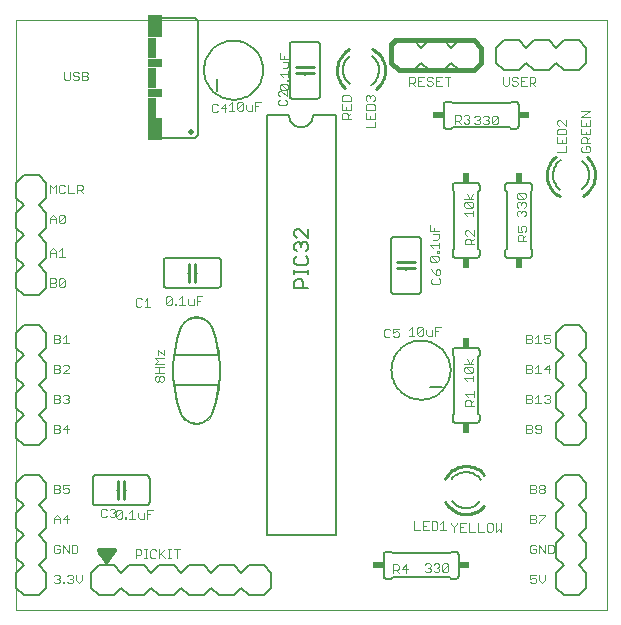
<source format=gto>
G75*
G70*
%OFA0B0*%
%FSLAX24Y24*%
%IPPOS*%
%LPD*%
%AMOC8*
5,1,8,0,0,1.08239X$1,22.5*
%
%ADD10C,0.0000*%
%ADD11C,0.0160*%
%ADD12C,0.0030*%
%ADD13C,0.0060*%
%ADD14C,0.0050*%
%ADD15C,0.0080*%
%ADD16C,0.0200*%
%ADD17R,0.0500X0.0750*%
%ADD18R,0.0300X0.0700*%
%ADD19R,0.0500X0.0300*%
%ADD20C,0.0100*%
%ADD21R,0.0240X0.0340*%
%ADD22R,0.0340X0.0240*%
%ADD23C,0.0010*%
D10*
X000181Y000181D02*
X000181Y019866D01*
X019866Y019866D01*
X019866Y000181D01*
X000181Y000181D01*
D11*
X002931Y002181D02*
X003181Y001806D01*
X003431Y002181D01*
X002931Y002181D01*
X002996Y002084D02*
X003366Y002084D01*
X003261Y001925D02*
X003102Y001925D01*
X012931Y018181D02*
X012681Y018431D01*
X012681Y019056D01*
X012806Y019181D01*
X015431Y019181D01*
X015681Y018931D01*
X015681Y018431D01*
X015431Y018181D01*
X012931Y018181D01*
D12*
X013291Y017957D02*
X013437Y017957D01*
X013485Y017908D01*
X013485Y017812D01*
X013437Y017763D01*
X013291Y017763D01*
X013291Y017666D02*
X013291Y017957D01*
X013388Y017763D02*
X013485Y017666D01*
X013586Y017666D02*
X013780Y017666D01*
X013881Y017715D02*
X013929Y017666D01*
X014026Y017666D01*
X014074Y017715D01*
X014074Y017763D01*
X014026Y017812D01*
X013929Y017812D01*
X013881Y017860D01*
X013881Y017908D01*
X013929Y017957D01*
X014026Y017957D01*
X014074Y017908D01*
X014175Y017957D02*
X014175Y017666D01*
X014369Y017666D01*
X014272Y017812D02*
X014175Y017812D01*
X014175Y017957D02*
X014369Y017957D01*
X014470Y017957D02*
X014663Y017957D01*
X014567Y017957D02*
X014567Y017666D01*
X013780Y017957D02*
X013586Y017957D01*
X013586Y017666D01*
X013586Y017812D02*
X013683Y017812D01*
X014807Y016692D02*
X014952Y016692D01*
X015001Y016643D01*
X015001Y016547D01*
X014952Y016498D01*
X014807Y016498D01*
X014807Y016401D02*
X014807Y016692D01*
X014904Y016498D02*
X015001Y016401D01*
X015102Y016450D02*
X015150Y016401D01*
X015247Y016401D01*
X015295Y016450D01*
X015295Y016498D01*
X015247Y016547D01*
X015199Y016547D01*
X015247Y016547D02*
X015295Y016595D01*
X015295Y016643D01*
X015247Y016692D01*
X015150Y016692D01*
X015102Y016643D01*
X015452Y016618D02*
X015501Y016667D01*
X015598Y016667D01*
X015646Y016618D01*
X015646Y016570D01*
X015598Y016522D01*
X015646Y016473D01*
X015646Y016425D01*
X015598Y016376D01*
X015501Y016376D01*
X015452Y016425D01*
X015549Y016522D02*
X015598Y016522D01*
X015747Y016618D02*
X015795Y016667D01*
X015892Y016667D01*
X015941Y016618D01*
X015941Y016570D01*
X015892Y016522D01*
X015941Y016473D01*
X015941Y016425D01*
X015892Y016376D01*
X015795Y016376D01*
X015747Y016425D01*
X015844Y016522D02*
X015892Y016522D01*
X016042Y016425D02*
X016042Y016618D01*
X016090Y016667D01*
X016187Y016667D01*
X016235Y016618D01*
X016042Y016425D01*
X016090Y016376D01*
X016187Y016376D01*
X016235Y016425D01*
X016235Y016618D01*
X016465Y017666D02*
X016562Y017666D01*
X016610Y017715D01*
X016610Y017957D01*
X016711Y017908D02*
X016759Y017957D01*
X016856Y017957D01*
X016905Y017908D01*
X016856Y017812D02*
X016905Y017763D01*
X016905Y017715D01*
X016856Y017666D01*
X016759Y017666D01*
X016711Y017715D01*
X016759Y017812D02*
X016856Y017812D01*
X016759Y017812D02*
X016711Y017860D01*
X016711Y017908D01*
X016416Y017957D02*
X016416Y017715D01*
X016465Y017666D01*
X017006Y017666D02*
X017199Y017666D01*
X017300Y017666D02*
X017300Y017957D01*
X017445Y017957D01*
X017494Y017908D01*
X017494Y017812D01*
X017445Y017763D01*
X017300Y017763D01*
X017397Y017763D02*
X017494Y017666D01*
X017199Y017957D02*
X017006Y017957D01*
X017006Y017666D01*
X017006Y017812D02*
X017102Y017812D01*
X018275Y016524D02*
X018226Y016475D01*
X018226Y016379D01*
X018275Y016330D01*
X018275Y016229D02*
X018226Y016181D01*
X018226Y016036D01*
X018516Y016036D01*
X018516Y016181D01*
X018468Y016229D01*
X018275Y016229D01*
X018516Y016330D02*
X018323Y016524D01*
X018275Y016524D01*
X018516Y016524D02*
X018516Y016330D01*
X018516Y015935D02*
X018516Y015741D01*
X018226Y015741D01*
X018226Y015935D01*
X018371Y015838D02*
X018371Y015741D01*
X018516Y015640D02*
X018516Y015446D01*
X018226Y015446D01*
X019026Y015495D02*
X019075Y015446D01*
X019268Y015446D01*
X019316Y015495D01*
X019316Y015592D01*
X019268Y015640D01*
X019171Y015640D01*
X019171Y015543D01*
X019075Y015640D02*
X019026Y015592D01*
X019026Y015495D01*
X019026Y015741D02*
X019026Y015886D01*
X019075Y015935D01*
X019171Y015935D01*
X019220Y015886D01*
X019220Y015741D01*
X019316Y015741D02*
X019026Y015741D01*
X019220Y015838D02*
X019316Y015935D01*
X019316Y016036D02*
X019316Y016229D01*
X019316Y016330D02*
X019026Y016330D01*
X019026Y016524D01*
X019026Y016625D02*
X019316Y016818D01*
X019026Y016818D01*
X019026Y016625D02*
X019316Y016625D01*
X019316Y016524D02*
X019316Y016330D01*
X019171Y016330D02*
X019171Y016427D01*
X019026Y016229D02*
X019026Y016036D01*
X019316Y016036D01*
X019171Y016036D02*
X019171Y016132D01*
X017118Y014089D02*
X016925Y014089D01*
X017118Y013896D01*
X017166Y013944D01*
X017166Y014041D01*
X017118Y014089D01*
X017118Y013896D02*
X016925Y013896D01*
X016876Y013944D01*
X016876Y014041D01*
X016925Y014089D01*
X016925Y013795D02*
X016973Y013795D01*
X017021Y013746D01*
X017070Y013795D01*
X017118Y013795D01*
X017166Y013746D01*
X017166Y013649D01*
X017118Y013601D01*
X017118Y013500D02*
X017166Y013452D01*
X017166Y013355D01*
X017118Y013306D01*
X017021Y013403D02*
X017021Y013452D01*
X017070Y013500D01*
X017118Y013500D01*
X017021Y013452D02*
X016973Y013500D01*
X016925Y013500D01*
X016876Y013452D01*
X016876Y013355D01*
X016925Y013306D01*
X016925Y013601D02*
X016876Y013649D01*
X016876Y013746D01*
X016925Y013795D01*
X017021Y013746D02*
X017021Y013698D01*
X017046Y012985D02*
X017143Y012985D01*
X017191Y012936D01*
X017191Y012839D01*
X017143Y012791D01*
X017046Y012791D02*
X016998Y012888D01*
X016998Y012936D01*
X017046Y012985D01*
X016901Y012985D02*
X016901Y012791D01*
X017046Y012791D01*
X017046Y012690D02*
X016950Y012690D01*
X016901Y012642D01*
X016901Y012496D01*
X017191Y012496D01*
X017095Y012496D02*
X017095Y012642D01*
X017046Y012690D01*
X017095Y012593D02*
X017191Y012690D01*
X015441Y012666D02*
X015248Y012860D01*
X015200Y012860D01*
X015151Y012811D01*
X015151Y012714D01*
X015200Y012666D01*
X015200Y012565D02*
X015296Y012565D01*
X015345Y012517D01*
X015345Y012371D01*
X015441Y012371D02*
X015151Y012371D01*
X015151Y012517D01*
X015200Y012565D01*
X015345Y012468D02*
X015441Y012565D01*
X015441Y012666D02*
X015441Y012860D01*
X015416Y013306D02*
X015416Y013500D01*
X015416Y013403D02*
X015126Y013403D01*
X015223Y013306D01*
X015175Y013601D02*
X015126Y013649D01*
X015126Y013746D01*
X015175Y013795D01*
X015368Y013601D01*
X015416Y013649D01*
X015416Y013746D01*
X015368Y013795D01*
X015175Y013795D01*
X015126Y013896D02*
X015416Y013896D01*
X015320Y013896D02*
X015223Y014041D01*
X015320Y013896D02*
X015416Y014041D01*
X015368Y013601D02*
X015175Y013601D01*
X014266Y012828D02*
X013976Y012828D01*
X013976Y013021D01*
X014121Y012924D02*
X014121Y012828D01*
X014073Y012726D02*
X014266Y012726D01*
X014266Y012581D01*
X014218Y012533D01*
X014073Y012533D01*
X014266Y012432D02*
X014266Y012238D01*
X014266Y012335D02*
X013976Y012335D01*
X014073Y012238D01*
X014218Y012139D02*
X014266Y012139D01*
X014266Y012091D01*
X014218Y012091D01*
X014218Y012139D01*
X014218Y011990D02*
X014025Y011990D01*
X014218Y011796D01*
X014266Y011845D01*
X014266Y011942D01*
X014218Y011990D01*
X014025Y011990D02*
X013976Y011942D01*
X013976Y011845D01*
X014025Y011796D01*
X014218Y011796D01*
X014220Y011535D02*
X014171Y011486D01*
X014171Y011341D01*
X014268Y011341D01*
X014316Y011389D01*
X014316Y011486D01*
X014268Y011535D01*
X014220Y011535D01*
X014075Y011438D02*
X014171Y011341D01*
X014075Y011438D02*
X014026Y011535D01*
X014075Y011240D02*
X014026Y011192D01*
X014026Y011095D01*
X014075Y011046D01*
X014268Y011046D01*
X014316Y011095D01*
X014316Y011192D01*
X014268Y011240D01*
X014345Y009617D02*
X014152Y009617D01*
X014152Y009326D01*
X014051Y009326D02*
X014051Y009520D01*
X014152Y009472D02*
X014249Y009472D01*
X014051Y009326D02*
X013905Y009326D01*
X013857Y009375D01*
X013857Y009520D01*
X013756Y009568D02*
X013756Y009375D01*
X013708Y009326D01*
X013611Y009326D01*
X013562Y009375D01*
X013756Y009568D01*
X013708Y009617D01*
X013611Y009617D01*
X013562Y009568D01*
X013562Y009375D01*
X013461Y009326D02*
X013268Y009326D01*
X013365Y009326D02*
X013365Y009617D01*
X013268Y009520D01*
X012945Y009567D02*
X012752Y009567D01*
X012752Y009422D01*
X012849Y009470D01*
X012897Y009470D01*
X012945Y009422D01*
X012945Y009325D01*
X012897Y009276D01*
X012800Y009276D01*
X012752Y009325D01*
X012651Y009325D02*
X012602Y009276D01*
X012505Y009276D01*
X012457Y009325D01*
X012457Y009518D01*
X012505Y009567D01*
X012602Y009567D01*
X012651Y009518D01*
X015126Y008396D02*
X015416Y008396D01*
X015320Y008396D02*
X015223Y008541D01*
X015320Y008396D02*
X015416Y008541D01*
X015368Y008295D02*
X015416Y008246D01*
X015416Y008149D01*
X015368Y008101D01*
X015175Y008295D01*
X015368Y008295D01*
X015175Y008295D02*
X015126Y008246D01*
X015126Y008149D01*
X015175Y008101D01*
X015368Y008101D01*
X015416Y008000D02*
X015416Y007806D01*
X015416Y007903D02*
X015126Y007903D01*
X015223Y007806D01*
X015441Y007485D02*
X015441Y007291D01*
X015441Y007388D02*
X015151Y007388D01*
X015248Y007291D01*
X015296Y007190D02*
X015345Y007142D01*
X015345Y006996D01*
X015441Y006996D02*
X015151Y006996D01*
X015151Y007142D01*
X015200Y007190D01*
X015296Y007190D01*
X015345Y007093D02*
X015441Y007190D01*
X017196Y007217D02*
X017342Y007217D01*
X017390Y007168D01*
X017390Y007120D01*
X017342Y007071D01*
X017196Y007071D01*
X017196Y007362D01*
X017342Y007362D01*
X017390Y007313D01*
X017390Y007265D01*
X017342Y007217D01*
X017491Y007265D02*
X017588Y007362D01*
X017588Y007071D01*
X017491Y007071D02*
X017685Y007071D01*
X017786Y007120D02*
X017834Y007071D01*
X017931Y007071D01*
X017979Y007120D01*
X017979Y007168D01*
X017931Y007217D01*
X017882Y007217D01*
X017931Y007217D02*
X017979Y007265D01*
X017979Y007313D01*
X017931Y007362D01*
X017834Y007362D01*
X017786Y007313D01*
X017685Y008071D02*
X017491Y008071D01*
X017588Y008071D02*
X017588Y008362D01*
X017491Y008265D01*
X017390Y008265D02*
X017342Y008217D01*
X017196Y008217D01*
X017196Y008362D02*
X017196Y008071D01*
X017342Y008071D01*
X017390Y008120D01*
X017390Y008168D01*
X017342Y008217D01*
X017390Y008265D02*
X017390Y008313D01*
X017342Y008362D01*
X017196Y008362D01*
X017786Y008217D02*
X017979Y008217D01*
X017931Y008362D02*
X017786Y008217D01*
X017931Y008071D02*
X017931Y008362D01*
X017931Y009071D02*
X017834Y009071D01*
X017786Y009120D01*
X017786Y009217D02*
X017882Y009265D01*
X017931Y009265D01*
X017979Y009217D01*
X017979Y009120D01*
X017931Y009071D01*
X017786Y009217D02*
X017786Y009362D01*
X017979Y009362D01*
X017588Y009362D02*
X017588Y009071D01*
X017491Y009071D02*
X017685Y009071D01*
X017491Y009265D02*
X017588Y009362D01*
X017390Y009313D02*
X017390Y009265D01*
X017342Y009217D01*
X017196Y009217D01*
X017196Y009362D02*
X017196Y009071D01*
X017342Y009071D01*
X017390Y009120D01*
X017390Y009168D01*
X017342Y009217D01*
X017390Y009313D02*
X017342Y009362D01*
X017196Y009362D01*
X017196Y006362D02*
X017342Y006362D01*
X017390Y006313D01*
X017390Y006265D01*
X017342Y006217D01*
X017196Y006217D01*
X017196Y006362D02*
X017196Y006071D01*
X017342Y006071D01*
X017390Y006120D01*
X017390Y006168D01*
X017342Y006217D01*
X017491Y006265D02*
X017539Y006217D01*
X017685Y006217D01*
X017685Y006313D02*
X017685Y006120D01*
X017636Y006071D01*
X017539Y006071D01*
X017491Y006120D01*
X017491Y006265D02*
X017491Y006313D01*
X017539Y006362D01*
X017636Y006362D01*
X017685Y006313D01*
X017664Y004362D02*
X017761Y004362D01*
X017810Y004313D01*
X017810Y004265D01*
X017761Y004217D01*
X017664Y004217D01*
X017616Y004265D01*
X017616Y004313D01*
X017664Y004362D01*
X017664Y004217D02*
X017616Y004168D01*
X017616Y004120D01*
X017664Y004071D01*
X017761Y004071D01*
X017810Y004120D01*
X017810Y004168D01*
X017761Y004217D01*
X017515Y004265D02*
X017467Y004217D01*
X017321Y004217D01*
X017321Y004362D02*
X017321Y004071D01*
X017467Y004071D01*
X017515Y004120D01*
X017515Y004168D01*
X017467Y004217D01*
X017515Y004265D02*
X017515Y004313D01*
X017467Y004362D01*
X017321Y004362D01*
X017321Y003362D02*
X017467Y003362D01*
X017515Y003313D01*
X017515Y003265D01*
X017467Y003217D01*
X017321Y003217D01*
X017321Y003362D02*
X017321Y003071D01*
X017467Y003071D01*
X017515Y003120D01*
X017515Y003168D01*
X017467Y003217D01*
X017616Y003120D02*
X017616Y003071D01*
X017616Y003120D02*
X017810Y003313D01*
X017810Y003362D01*
X017616Y003362D01*
X017616Y002362D02*
X017810Y002071D01*
X017810Y002362D01*
X017911Y002362D02*
X018056Y002362D01*
X018104Y002313D01*
X018104Y002120D01*
X018056Y002071D01*
X017911Y002071D01*
X017911Y002362D01*
X017616Y002362D02*
X017616Y002071D01*
X017515Y002120D02*
X017515Y002217D01*
X017418Y002217D01*
X017321Y002313D02*
X017321Y002120D01*
X017370Y002071D01*
X017467Y002071D01*
X017515Y002120D01*
X017515Y002313D02*
X017467Y002362D01*
X017370Y002362D01*
X017321Y002313D01*
X017321Y001362D02*
X017321Y001217D01*
X017418Y001265D01*
X017467Y001265D01*
X017515Y001217D01*
X017515Y001120D01*
X017467Y001071D01*
X017370Y001071D01*
X017321Y001120D01*
X017321Y001362D02*
X017515Y001362D01*
X017616Y001362D02*
X017616Y001168D01*
X017713Y001071D01*
X017810Y001168D01*
X017810Y001362D01*
X016363Y002796D02*
X016266Y002893D01*
X016170Y002796D01*
X016170Y003087D01*
X016068Y003038D02*
X016020Y003087D01*
X015923Y003087D01*
X015875Y003038D01*
X015875Y002845D01*
X015923Y002796D01*
X016020Y002796D01*
X016068Y002845D01*
X016068Y003038D01*
X016363Y003087D02*
X016363Y002796D01*
X015774Y002796D02*
X015580Y002796D01*
X015580Y003087D01*
X015286Y003087D02*
X015286Y002796D01*
X015479Y002796D01*
X015185Y002796D02*
X014991Y002796D01*
X014991Y003087D01*
X015185Y003087D01*
X015088Y002942D02*
X014991Y002942D01*
X014890Y003038D02*
X014890Y003087D01*
X014890Y003038D02*
X014793Y002942D01*
X014793Y002796D01*
X014793Y002942D02*
X014696Y003038D01*
X014696Y003087D01*
X014427Y003137D02*
X014427Y002846D01*
X014330Y002846D02*
X014524Y002846D01*
X014330Y003040D02*
X014427Y003137D01*
X014229Y003088D02*
X014229Y002895D01*
X014181Y002846D01*
X014036Y002846D01*
X014036Y003137D01*
X014181Y003137D01*
X014229Y003088D01*
X013935Y003137D02*
X013741Y003137D01*
X013741Y002846D01*
X013935Y002846D01*
X013838Y002992D02*
X013741Y002992D01*
X013640Y002846D02*
X013446Y002846D01*
X013446Y003137D01*
X013186Y001712D02*
X013041Y001567D01*
X013235Y001567D01*
X013186Y001712D02*
X013186Y001421D01*
X012940Y001421D02*
X012843Y001518D01*
X012892Y001518D02*
X012746Y001518D01*
X012746Y001421D02*
X012746Y001712D01*
X012892Y001712D01*
X012940Y001663D01*
X012940Y001567D01*
X012892Y001518D01*
X013806Y001495D02*
X013855Y001446D01*
X013952Y001446D01*
X014000Y001495D01*
X014000Y001543D01*
X013952Y001592D01*
X013903Y001592D01*
X013952Y001592D02*
X014000Y001640D01*
X014000Y001688D01*
X013952Y001737D01*
X013855Y001737D01*
X013806Y001688D01*
X014101Y001688D02*
X014149Y001737D01*
X014246Y001737D01*
X014295Y001688D01*
X014295Y001640D01*
X014246Y001592D01*
X014295Y001543D01*
X014295Y001495D01*
X014246Y001446D01*
X014149Y001446D01*
X014101Y001495D01*
X014198Y001592D02*
X014246Y001592D01*
X014396Y001688D02*
X014444Y001737D01*
X014541Y001737D01*
X014589Y001688D01*
X014396Y001495D01*
X014444Y001446D01*
X014541Y001446D01*
X014589Y001495D01*
X014589Y001688D01*
X014396Y001688D02*
X014396Y001495D01*
X005637Y002207D02*
X005443Y002207D01*
X005540Y002207D02*
X005540Y001916D01*
X005344Y001916D02*
X005247Y001916D01*
X005295Y001916D02*
X005295Y002207D01*
X005247Y002207D02*
X005344Y002207D01*
X005146Y002207D02*
X004952Y002013D01*
X005000Y002062D02*
X005146Y001916D01*
X004952Y001916D02*
X004952Y002207D01*
X004851Y002158D02*
X004803Y002207D01*
X004706Y002207D01*
X004657Y002158D01*
X004657Y001965D01*
X004706Y001916D01*
X004803Y001916D01*
X004851Y001965D01*
X004558Y001916D02*
X004461Y001916D01*
X004509Y001916D02*
X004509Y002207D01*
X004461Y002207D02*
X004558Y002207D01*
X004360Y002158D02*
X004360Y002062D01*
X004312Y002013D01*
X004166Y002013D01*
X004166Y001916D02*
X004166Y002207D01*
X004312Y002207D01*
X004360Y002158D01*
X004305Y003226D02*
X004451Y003226D01*
X004451Y003420D01*
X004552Y003372D02*
X004649Y003372D01*
X004745Y003517D02*
X004552Y003517D01*
X004552Y003226D01*
X004305Y003226D02*
X004257Y003275D01*
X004257Y003420D01*
X004156Y003226D02*
X003962Y003226D01*
X004059Y003226D02*
X004059Y003517D01*
X003962Y003420D01*
X003864Y003275D02*
X003864Y003226D01*
X003815Y003226D01*
X003815Y003275D01*
X003864Y003275D01*
X003714Y003275D02*
X003714Y003468D01*
X003521Y003275D01*
X003569Y003226D01*
X003666Y003226D01*
X003714Y003275D01*
X003714Y003468D02*
X003666Y003517D01*
X003569Y003517D01*
X003521Y003468D01*
X003521Y003275D01*
X003495Y003325D02*
X003447Y003276D01*
X003350Y003276D01*
X003302Y003325D01*
X003201Y003325D02*
X003152Y003276D01*
X003055Y003276D01*
X003007Y003325D01*
X003007Y003518D01*
X003055Y003567D01*
X003152Y003567D01*
X003201Y003518D01*
X003302Y003518D02*
X003350Y003567D01*
X003447Y003567D01*
X003495Y003518D01*
X003495Y003470D01*
X003447Y003422D01*
X003495Y003373D01*
X003495Y003325D01*
X003447Y003422D02*
X003399Y003422D01*
X002229Y002313D02*
X002229Y002120D01*
X002181Y002071D01*
X002036Y002071D01*
X002036Y002362D01*
X002181Y002362D01*
X002229Y002313D01*
X001935Y002362D02*
X001935Y002071D01*
X001741Y002362D01*
X001741Y002071D01*
X001640Y002120D02*
X001640Y002217D01*
X001543Y002217D01*
X001446Y002313D02*
X001446Y002120D01*
X001495Y002071D01*
X001592Y002071D01*
X001640Y002120D01*
X001640Y002313D02*
X001592Y002362D01*
X001495Y002362D01*
X001446Y002313D01*
X001446Y003071D02*
X001446Y003265D01*
X001543Y003362D01*
X001640Y003265D01*
X001640Y003071D01*
X001640Y003217D02*
X001446Y003217D01*
X001741Y003217D02*
X001935Y003217D01*
X001886Y003362D02*
X001886Y003071D01*
X001741Y003217D02*
X001886Y003362D01*
X001886Y004071D02*
X001789Y004071D01*
X001741Y004120D01*
X001741Y004217D02*
X001838Y004265D01*
X001886Y004265D01*
X001935Y004217D01*
X001935Y004120D01*
X001886Y004071D01*
X001741Y004217D02*
X001741Y004362D01*
X001935Y004362D01*
X001640Y004313D02*
X001640Y004265D01*
X001592Y004217D01*
X001446Y004217D01*
X001446Y004362D02*
X001446Y004071D01*
X001592Y004071D01*
X001640Y004120D01*
X001640Y004168D01*
X001592Y004217D01*
X001640Y004313D02*
X001592Y004362D01*
X001446Y004362D01*
X001446Y006071D02*
X001592Y006071D01*
X001640Y006120D01*
X001640Y006168D01*
X001592Y006217D01*
X001446Y006217D01*
X001446Y006362D02*
X001446Y006071D01*
X001592Y006217D02*
X001640Y006265D01*
X001640Y006313D01*
X001592Y006362D01*
X001446Y006362D01*
X001741Y006217D02*
X001935Y006217D01*
X001886Y006362D02*
X001886Y006071D01*
X001741Y006217D02*
X001886Y006362D01*
X001886Y007071D02*
X001789Y007071D01*
X001741Y007120D01*
X001640Y007120D02*
X001592Y007071D01*
X001446Y007071D01*
X001446Y007362D01*
X001592Y007362D01*
X001640Y007313D01*
X001640Y007265D01*
X001592Y007217D01*
X001446Y007217D01*
X001592Y007217D02*
X001640Y007168D01*
X001640Y007120D01*
X001741Y007313D02*
X001789Y007362D01*
X001886Y007362D01*
X001935Y007313D01*
X001935Y007265D01*
X001886Y007217D01*
X001935Y007168D01*
X001935Y007120D01*
X001886Y007071D01*
X001886Y007217D02*
X001838Y007217D01*
X001935Y008071D02*
X001741Y008071D01*
X001935Y008265D01*
X001935Y008313D01*
X001886Y008362D01*
X001789Y008362D01*
X001741Y008313D01*
X001640Y008313D02*
X001640Y008265D01*
X001592Y008217D01*
X001446Y008217D01*
X001446Y008362D02*
X001446Y008071D01*
X001592Y008071D01*
X001640Y008120D01*
X001640Y008168D01*
X001592Y008217D01*
X001640Y008313D02*
X001592Y008362D01*
X001446Y008362D01*
X001446Y009071D02*
X001592Y009071D01*
X001640Y009120D01*
X001640Y009168D01*
X001592Y009217D01*
X001446Y009217D01*
X001446Y009362D02*
X001446Y009071D01*
X001592Y009217D02*
X001640Y009265D01*
X001640Y009313D01*
X001592Y009362D01*
X001446Y009362D01*
X001741Y009265D02*
X001838Y009362D01*
X001838Y009071D01*
X001741Y009071D02*
X001935Y009071D01*
X001761Y010946D02*
X001664Y010946D01*
X001616Y010995D01*
X001810Y011188D01*
X001810Y010995D01*
X001761Y010946D01*
X001616Y010995D02*
X001616Y011188D01*
X001664Y011237D01*
X001761Y011237D01*
X001810Y011188D01*
X001515Y011188D02*
X001515Y011140D01*
X001467Y011092D01*
X001321Y011092D01*
X001321Y011237D02*
X001467Y011237D01*
X001515Y011188D01*
X001467Y011092D02*
X001515Y011043D01*
X001515Y010995D01*
X001467Y010946D01*
X001321Y010946D01*
X001321Y011237D01*
X001321Y011946D02*
X001321Y012140D01*
X001418Y012237D01*
X001515Y012140D01*
X001515Y011946D01*
X001616Y011946D02*
X001810Y011946D01*
X001713Y011946D02*
X001713Y012237D01*
X001616Y012140D01*
X001515Y012092D02*
X001321Y012092D01*
X001321Y013071D02*
X001321Y013265D01*
X001418Y013362D01*
X001515Y013265D01*
X001515Y013071D01*
X001616Y013120D02*
X001810Y013313D01*
X001810Y013120D01*
X001761Y013071D01*
X001664Y013071D01*
X001616Y013120D01*
X001616Y013313D01*
X001664Y013362D01*
X001761Y013362D01*
X001810Y013313D01*
X001515Y013217D02*
X001321Y013217D01*
X001321Y014071D02*
X001321Y014362D01*
X001418Y014265D01*
X001515Y014362D01*
X001515Y014071D01*
X001616Y014120D02*
X001664Y014071D01*
X001761Y014071D01*
X001810Y014120D01*
X001911Y014071D02*
X002104Y014071D01*
X002205Y014071D02*
X002205Y014362D01*
X002350Y014362D01*
X002399Y014313D01*
X002399Y014217D01*
X002350Y014168D01*
X002205Y014168D01*
X002302Y014168D02*
X002399Y014071D01*
X001911Y014071D02*
X001911Y014362D01*
X001810Y014313D02*
X001761Y014362D01*
X001664Y014362D01*
X001616Y014313D01*
X001616Y014120D01*
X001835Y017842D02*
X001787Y017890D01*
X001787Y018132D01*
X001980Y018132D02*
X001980Y017890D01*
X001932Y017842D01*
X001835Y017842D01*
X002082Y017890D02*
X002130Y017842D01*
X002227Y017842D01*
X002275Y017890D01*
X002275Y017939D01*
X002227Y017987D01*
X002130Y017987D01*
X002082Y018036D01*
X002082Y018084D01*
X002130Y018132D01*
X002227Y018132D01*
X002275Y018084D01*
X002376Y018132D02*
X002376Y017842D01*
X002521Y017842D01*
X002570Y017890D01*
X002570Y017939D01*
X002521Y017987D01*
X002376Y017987D01*
X002376Y018132D02*
X002521Y018132D01*
X002570Y018084D01*
X002570Y018036D01*
X002521Y017987D01*
X006707Y017018D02*
X006707Y016825D01*
X006755Y016776D01*
X006852Y016776D01*
X006901Y016825D01*
X007002Y016922D02*
X007147Y017067D01*
X007147Y016776D01*
X007268Y016826D02*
X007461Y016826D01*
X007365Y016826D02*
X007365Y017117D01*
X007268Y017020D01*
X007195Y016922D02*
X007002Y016922D01*
X006901Y017018D02*
X006852Y017067D01*
X006755Y017067D01*
X006707Y017018D01*
X007562Y017068D02*
X007562Y016875D01*
X007756Y017068D01*
X007756Y016875D01*
X007708Y016826D01*
X007611Y016826D01*
X007562Y016875D01*
X007562Y017068D02*
X007611Y017117D01*
X007708Y017117D01*
X007756Y017068D01*
X007857Y017020D02*
X007857Y016875D01*
X007905Y016826D01*
X008051Y016826D01*
X008051Y017020D01*
X008152Y016972D02*
X008249Y016972D01*
X008345Y017117D02*
X008152Y017117D01*
X008152Y016826D01*
X008921Y017055D02*
X008970Y017007D01*
X009163Y017007D01*
X009211Y017055D01*
X009211Y017152D01*
X009163Y017201D01*
X009211Y017302D02*
X009018Y017495D01*
X008970Y017495D01*
X008921Y017447D01*
X008921Y017350D01*
X008970Y017302D01*
X008970Y017201D02*
X008921Y017152D01*
X008921Y017055D01*
X009211Y017302D02*
X009211Y017495D01*
X009213Y017521D02*
X009020Y017714D01*
X009213Y017714D01*
X009261Y017666D01*
X009261Y017569D01*
X009213Y017521D01*
X009020Y017521D01*
X008971Y017569D01*
X008971Y017666D01*
X009020Y017714D01*
X009213Y017815D02*
X009213Y017864D01*
X009261Y017864D01*
X009261Y017815D01*
X009213Y017815D01*
X009261Y017962D02*
X009261Y018156D01*
X009261Y018059D02*
X008971Y018059D01*
X009068Y017962D01*
X009068Y018257D02*
X009213Y018257D01*
X009261Y018305D01*
X009261Y018451D01*
X009068Y018451D01*
X009116Y018552D02*
X009116Y018649D01*
X008971Y018745D02*
X008971Y018552D01*
X009261Y018552D01*
X011046Y017297D02*
X011046Y017152D01*
X011336Y017152D01*
X011336Y017297D01*
X011288Y017345D01*
X011095Y017345D01*
X011046Y017297D01*
X011046Y017051D02*
X011046Y016857D01*
X011336Y016857D01*
X011336Y017051D01*
X011191Y016954D02*
X011191Y016857D01*
X011191Y016756D02*
X011240Y016708D01*
X011240Y016562D01*
X011336Y016562D02*
X011046Y016562D01*
X011046Y016708D01*
X011095Y016756D01*
X011191Y016756D01*
X011240Y016659D02*
X011336Y016756D01*
X011846Y016756D02*
X011846Y016562D01*
X012136Y016562D01*
X012136Y016756D01*
X012136Y016857D02*
X012136Y017002D01*
X012088Y017051D01*
X011895Y017051D01*
X011846Y017002D01*
X011846Y016857D01*
X012136Y016857D01*
X011991Y016659D02*
X011991Y016562D01*
X012136Y016461D02*
X012136Y016268D01*
X011846Y016268D01*
X011895Y017152D02*
X011846Y017200D01*
X011846Y017297D01*
X011895Y017345D01*
X011943Y017345D01*
X011991Y017297D01*
X012040Y017345D01*
X012088Y017345D01*
X012136Y017297D01*
X012136Y017200D01*
X012088Y017152D01*
X011991Y017249D02*
X011991Y017297D01*
X006396Y010637D02*
X006203Y010637D01*
X006203Y010346D01*
X006101Y010346D02*
X006101Y010540D01*
X006203Y010492D02*
X006299Y010492D01*
X006101Y010346D02*
X005956Y010346D01*
X005908Y010395D01*
X005908Y010540D01*
X005807Y010346D02*
X005613Y010346D01*
X005710Y010346D02*
X005710Y010637D01*
X005613Y010540D01*
X005514Y010395D02*
X005514Y010346D01*
X005466Y010346D01*
X005466Y010395D01*
X005514Y010395D01*
X005365Y010395D02*
X005365Y010588D01*
X005171Y010395D01*
X005220Y010346D01*
X005317Y010346D01*
X005365Y010395D01*
X005365Y010588D02*
X005317Y010637D01*
X005220Y010637D01*
X005171Y010588D01*
X005171Y010395D01*
X004660Y010296D02*
X004466Y010296D01*
X004563Y010296D02*
X004563Y010587D01*
X004466Y010490D01*
X004365Y010538D02*
X004317Y010587D01*
X004220Y010587D01*
X004171Y010538D01*
X004171Y010345D01*
X004220Y010296D01*
X004317Y010296D01*
X004365Y010345D01*
X004915Y008867D02*
X005108Y008673D01*
X005108Y008867D01*
X004915Y008867D02*
X004915Y008673D01*
X004818Y008572D02*
X005108Y008572D01*
X005108Y008379D02*
X004818Y008379D01*
X004915Y008476D01*
X004818Y008572D01*
X004818Y008278D02*
X005108Y008278D01*
X004963Y008278D02*
X004963Y008084D01*
X004915Y007983D02*
X004963Y007935D01*
X004963Y007838D01*
X004915Y007789D01*
X004867Y007789D01*
X004818Y007838D01*
X004818Y007935D01*
X004867Y007983D01*
X004915Y007983D01*
X004963Y007935D02*
X005012Y007983D01*
X005060Y007983D01*
X005108Y007935D01*
X005108Y007838D01*
X005060Y007789D01*
X005012Y007789D01*
X004963Y007838D01*
X005108Y008084D02*
X004818Y008084D01*
X002376Y001362D02*
X002376Y001168D01*
X002280Y001071D01*
X002183Y001168D01*
X002183Y001362D01*
X002082Y001313D02*
X002082Y001265D01*
X002034Y001217D01*
X002082Y001168D01*
X002082Y001120D01*
X002034Y001071D01*
X001937Y001071D01*
X001888Y001120D01*
X001789Y001120D02*
X001789Y001071D01*
X001741Y001071D01*
X001741Y001120D01*
X001789Y001120D01*
X001640Y001120D02*
X001592Y001071D01*
X001495Y001071D01*
X001446Y001120D01*
X001543Y001217D02*
X001592Y001217D01*
X001640Y001168D01*
X001640Y001120D01*
X001592Y001217D02*
X001640Y001265D01*
X001640Y001313D01*
X001592Y001362D01*
X001495Y001362D01*
X001446Y001313D01*
X001888Y001313D02*
X001937Y001362D01*
X002034Y001362D01*
X002082Y001313D01*
X002034Y001217D02*
X001985Y001217D01*
D13*
X002831Y003681D02*
X004531Y003681D01*
X004548Y003683D01*
X004565Y003687D01*
X004581Y003694D01*
X004595Y003704D01*
X004608Y003717D01*
X004618Y003731D01*
X004625Y003747D01*
X004629Y003764D01*
X004631Y003781D01*
X004631Y004581D01*
X004629Y004598D01*
X004625Y004615D01*
X004618Y004631D01*
X004608Y004645D01*
X004595Y004658D01*
X004581Y004668D01*
X004565Y004675D01*
X004548Y004679D01*
X004531Y004681D01*
X002831Y004681D01*
X002814Y004679D01*
X002797Y004675D01*
X002781Y004668D01*
X002767Y004658D01*
X002754Y004645D01*
X002744Y004631D01*
X002737Y004615D01*
X002733Y004598D01*
X002731Y004581D01*
X002731Y003781D01*
X002733Y003764D01*
X002737Y003747D01*
X002744Y003731D01*
X002754Y003717D01*
X002767Y003704D01*
X002781Y003694D01*
X002797Y003687D01*
X002814Y003683D01*
X002831Y003681D01*
X003531Y004181D02*
X003581Y004181D01*
X003781Y004181D02*
X003831Y004181D01*
X008531Y002681D02*
X010831Y002681D01*
X010831Y016681D01*
X010081Y016681D01*
X010079Y016642D01*
X010073Y016603D01*
X010064Y016565D01*
X010051Y016528D01*
X010034Y016492D01*
X010014Y016459D01*
X009990Y016427D01*
X009964Y016398D01*
X009935Y016372D01*
X009903Y016348D01*
X009870Y016328D01*
X009834Y016311D01*
X009797Y016298D01*
X009759Y016289D01*
X009720Y016283D01*
X009681Y016281D01*
X009642Y016283D01*
X009603Y016289D01*
X009565Y016298D01*
X009528Y016311D01*
X009492Y016328D01*
X009459Y016348D01*
X009427Y016372D01*
X009398Y016398D01*
X009372Y016427D01*
X009348Y016459D01*
X009328Y016492D01*
X009311Y016528D01*
X009298Y016565D01*
X009289Y016603D01*
X009283Y016642D01*
X009281Y016681D01*
X008531Y016681D01*
X008531Y002681D01*
X012431Y002031D02*
X012431Y001331D01*
X012433Y001314D01*
X012437Y001297D01*
X012444Y001281D01*
X012454Y001267D01*
X012467Y001254D01*
X012481Y001244D01*
X012497Y001237D01*
X012514Y001233D01*
X012531Y001231D01*
X012681Y001231D01*
X012731Y001281D01*
X014631Y001281D01*
X014681Y001231D01*
X014831Y001231D01*
X014848Y001233D01*
X014865Y001237D01*
X014881Y001244D01*
X014895Y001254D01*
X014908Y001267D01*
X014918Y001281D01*
X014925Y001297D01*
X014929Y001314D01*
X014931Y001331D01*
X014931Y002031D01*
X014929Y002048D01*
X014925Y002065D01*
X014918Y002081D01*
X014908Y002095D01*
X014895Y002108D01*
X014881Y002118D01*
X014865Y002125D01*
X014848Y002129D01*
X014831Y002131D01*
X014681Y002131D01*
X014631Y002081D01*
X012731Y002081D01*
X012681Y002131D01*
X012531Y002131D01*
X012514Y002129D01*
X012497Y002125D01*
X012481Y002118D01*
X012467Y002108D01*
X012454Y002095D01*
X012444Y002081D01*
X012437Y002065D01*
X012433Y002048D01*
X012431Y002031D01*
X014707Y003813D02*
X014737Y003778D01*
X014768Y003745D01*
X014803Y003715D01*
X014839Y003688D01*
X014877Y003664D01*
X014917Y003642D01*
X014959Y003624D01*
X015002Y003608D01*
X015046Y003596D01*
X015090Y003588D01*
X015136Y003583D01*
X015181Y003581D01*
X015226Y003583D01*
X015272Y003588D01*
X015316Y003596D01*
X015360Y003608D01*
X015403Y003624D01*
X015445Y003642D01*
X015485Y003664D01*
X015523Y003688D01*
X015559Y003715D01*
X015594Y003745D01*
X015625Y003778D01*
X015655Y003813D01*
X015181Y004781D02*
X015135Y004779D01*
X015089Y004774D01*
X015043Y004765D01*
X014998Y004753D01*
X014955Y004737D01*
X014913Y004718D01*
X014872Y004695D01*
X014833Y004670D01*
X014797Y004642D01*
X014762Y004611D01*
X014730Y004577D01*
X014701Y004541D01*
X015181Y004781D02*
X015228Y004779D01*
X015276Y004773D01*
X015322Y004764D01*
X015368Y004751D01*
X015412Y004735D01*
X015456Y004715D01*
X015497Y004691D01*
X015536Y004665D01*
X015573Y004635D01*
X015608Y004602D01*
X015640Y004567D01*
X015669Y004530D01*
X015531Y006431D02*
X014831Y006431D01*
X014814Y006433D01*
X014797Y006437D01*
X014781Y006444D01*
X014767Y006454D01*
X014754Y006467D01*
X014744Y006481D01*
X014737Y006497D01*
X014733Y006514D01*
X014731Y006531D01*
X014731Y006681D01*
X014781Y006731D01*
X014781Y008631D01*
X014731Y008681D01*
X014731Y008831D01*
X014733Y008848D01*
X014737Y008865D01*
X014744Y008881D01*
X014754Y008895D01*
X014767Y008908D01*
X014781Y008918D01*
X014797Y008925D01*
X014814Y008929D01*
X014831Y008931D01*
X015531Y008931D01*
X015548Y008929D01*
X015565Y008925D01*
X015581Y008918D01*
X015595Y008908D01*
X015608Y008895D01*
X015618Y008881D01*
X015625Y008865D01*
X015629Y008848D01*
X015631Y008831D01*
X015631Y008681D01*
X015581Y008631D01*
X015581Y006731D01*
X015631Y006681D01*
X015631Y006531D01*
X015629Y006514D01*
X015625Y006497D01*
X015618Y006481D01*
X015608Y006467D01*
X015595Y006454D01*
X015581Y006444D01*
X015565Y006437D01*
X015548Y006433D01*
X015531Y006431D01*
X013581Y010731D02*
X012781Y010731D01*
X012764Y010733D01*
X012747Y010737D01*
X012731Y010744D01*
X012717Y010754D01*
X012704Y010767D01*
X012694Y010781D01*
X012687Y010797D01*
X012683Y010814D01*
X012681Y010831D01*
X012681Y012531D01*
X012683Y012548D01*
X012687Y012565D01*
X012694Y012581D01*
X012704Y012595D01*
X012717Y012608D01*
X012731Y012618D01*
X012747Y012625D01*
X012764Y012629D01*
X012781Y012631D01*
X013581Y012631D01*
X013598Y012629D01*
X013615Y012625D01*
X013631Y012618D01*
X013645Y012608D01*
X013658Y012595D01*
X013668Y012581D01*
X013675Y012565D01*
X013679Y012548D01*
X013681Y012531D01*
X013681Y010831D01*
X013679Y010814D01*
X013675Y010797D01*
X013668Y010781D01*
X013658Y010767D01*
X013645Y010754D01*
X013631Y010744D01*
X013615Y010737D01*
X013598Y010733D01*
X013581Y010731D01*
X013181Y011531D02*
X013181Y011581D01*
X013181Y011781D02*
X013181Y011831D01*
X014731Y012031D02*
X014731Y012181D01*
X014781Y012231D01*
X014781Y014131D01*
X014731Y014181D01*
X014731Y014331D01*
X014733Y014348D01*
X014737Y014365D01*
X014744Y014381D01*
X014754Y014395D01*
X014767Y014408D01*
X014781Y014418D01*
X014797Y014425D01*
X014814Y014429D01*
X014831Y014431D01*
X015531Y014431D01*
X015548Y014429D01*
X015565Y014425D01*
X015581Y014418D01*
X015595Y014408D01*
X015608Y014395D01*
X015618Y014381D01*
X015625Y014365D01*
X015629Y014348D01*
X015631Y014331D01*
X015631Y014181D01*
X015581Y014131D01*
X015581Y012231D01*
X015631Y012181D01*
X015631Y012031D01*
X015629Y012014D01*
X015625Y011997D01*
X015618Y011981D01*
X015608Y011967D01*
X015595Y011954D01*
X015581Y011944D01*
X015565Y011937D01*
X015548Y011933D01*
X015531Y011931D01*
X014831Y011931D01*
X014814Y011933D01*
X014797Y011937D01*
X014781Y011944D01*
X014767Y011954D01*
X014754Y011967D01*
X014744Y011981D01*
X014737Y011997D01*
X014733Y012014D01*
X014731Y012031D01*
X016481Y012031D02*
X016481Y012181D01*
X016531Y012231D01*
X016531Y014131D01*
X016481Y014181D01*
X016481Y014331D01*
X016483Y014348D01*
X016487Y014365D01*
X016494Y014381D01*
X016504Y014395D01*
X016517Y014408D01*
X016531Y014418D01*
X016547Y014425D01*
X016564Y014429D01*
X016581Y014431D01*
X017281Y014431D01*
X017298Y014429D01*
X017315Y014425D01*
X017331Y014418D01*
X017345Y014408D01*
X017358Y014395D01*
X017368Y014381D01*
X017375Y014365D01*
X017379Y014348D01*
X017381Y014331D01*
X017381Y014181D01*
X017331Y014131D01*
X017331Y012231D01*
X017381Y012181D01*
X017381Y012031D01*
X017379Y012014D01*
X017375Y011997D01*
X017368Y011981D01*
X017358Y011967D01*
X017345Y011954D01*
X017331Y011944D01*
X017315Y011937D01*
X017298Y011933D01*
X017281Y011931D01*
X016581Y011931D01*
X016564Y011933D01*
X016547Y011937D01*
X016531Y011944D01*
X016517Y011954D01*
X016504Y011967D01*
X016494Y011981D01*
X016487Y011997D01*
X016483Y012014D01*
X016481Y012031D01*
X019049Y014207D02*
X019084Y014237D01*
X019117Y014268D01*
X019147Y014303D01*
X019174Y014339D01*
X019198Y014377D01*
X019220Y014417D01*
X019238Y014459D01*
X019254Y014502D01*
X019266Y014546D01*
X019274Y014590D01*
X019279Y014636D01*
X019281Y014681D01*
X019279Y014726D01*
X019274Y014772D01*
X019266Y014816D01*
X019254Y014860D01*
X019238Y014903D01*
X019220Y014945D01*
X019198Y014985D01*
X019174Y015023D01*
X019147Y015059D01*
X019117Y015094D01*
X019084Y015125D01*
X019049Y015155D01*
X018081Y014681D02*
X018083Y014635D01*
X018088Y014589D01*
X018097Y014543D01*
X018109Y014498D01*
X018125Y014455D01*
X018144Y014413D01*
X018167Y014372D01*
X018192Y014333D01*
X018220Y014297D01*
X018251Y014262D01*
X018285Y014230D01*
X018321Y014201D01*
X018081Y014681D02*
X018083Y014728D01*
X018089Y014776D01*
X018098Y014822D01*
X018111Y014868D01*
X018127Y014912D01*
X018147Y014956D01*
X018171Y014997D01*
X018197Y015036D01*
X018227Y015073D01*
X018260Y015108D01*
X018295Y015140D01*
X018332Y015169D01*
X016931Y016331D02*
X016931Y017031D01*
X016929Y017048D01*
X016925Y017065D01*
X016918Y017081D01*
X016908Y017095D01*
X016895Y017108D01*
X016881Y017118D01*
X016865Y017125D01*
X016848Y017129D01*
X016831Y017131D01*
X016681Y017131D01*
X016631Y017081D01*
X014731Y017081D01*
X014681Y017131D01*
X014531Y017131D01*
X014514Y017129D01*
X014497Y017125D01*
X014481Y017118D01*
X014467Y017108D01*
X014454Y017095D01*
X014444Y017081D01*
X014437Y017065D01*
X014433Y017048D01*
X014431Y017031D01*
X014431Y016331D01*
X014433Y016314D01*
X014437Y016297D01*
X014444Y016281D01*
X014454Y016267D01*
X014467Y016254D01*
X014481Y016244D01*
X014497Y016237D01*
X014514Y016233D01*
X014531Y016231D01*
X014681Y016231D01*
X014731Y016281D01*
X016631Y016281D01*
X016681Y016231D01*
X016831Y016231D01*
X016848Y016233D01*
X016865Y016237D01*
X016881Y016244D01*
X016895Y016254D01*
X016908Y016267D01*
X016918Y016281D01*
X016925Y016297D01*
X016929Y016314D01*
X016931Y016331D01*
X011313Y018655D02*
X011278Y018625D01*
X011245Y018594D01*
X011215Y018559D01*
X011188Y018523D01*
X011164Y018485D01*
X011142Y018445D01*
X011124Y018403D01*
X011108Y018360D01*
X011096Y018316D01*
X011088Y018272D01*
X011083Y018226D01*
X011081Y018181D01*
X011083Y018136D01*
X011088Y018090D01*
X011096Y018046D01*
X011108Y018002D01*
X011124Y017959D01*
X011142Y017917D01*
X011164Y017877D01*
X011188Y017839D01*
X011215Y017803D01*
X011245Y017768D01*
X011278Y017737D01*
X011313Y017707D01*
X012281Y018181D02*
X012279Y018227D01*
X012274Y018273D01*
X012265Y018319D01*
X012253Y018364D01*
X012237Y018407D01*
X012218Y018449D01*
X012195Y018490D01*
X012170Y018529D01*
X012142Y018565D01*
X012111Y018600D01*
X012077Y018632D01*
X012041Y018661D01*
X012281Y018181D02*
X012279Y018134D01*
X012273Y018086D01*
X012264Y018040D01*
X012251Y017994D01*
X012235Y017950D01*
X012215Y017906D01*
X012191Y017865D01*
X012165Y017826D01*
X012135Y017789D01*
X012102Y017754D01*
X012067Y017722D01*
X012030Y017693D01*
X010306Y017331D02*
X010306Y019031D01*
X010304Y019048D01*
X010300Y019065D01*
X010293Y019081D01*
X010283Y019095D01*
X010270Y019108D01*
X010256Y019118D01*
X010240Y019125D01*
X010223Y019129D01*
X010206Y019131D01*
X009406Y019131D01*
X009389Y019129D01*
X009372Y019125D01*
X009356Y019118D01*
X009342Y019108D01*
X009329Y019095D01*
X009319Y019081D01*
X009312Y019065D01*
X009308Y019048D01*
X009306Y019031D01*
X009306Y017331D01*
X009308Y017314D01*
X009312Y017297D01*
X009319Y017281D01*
X009329Y017267D01*
X009342Y017254D01*
X009356Y017244D01*
X009372Y017237D01*
X009389Y017233D01*
X009406Y017231D01*
X010206Y017231D01*
X010223Y017233D01*
X010240Y017237D01*
X010256Y017244D01*
X010270Y017254D01*
X010283Y017267D01*
X010293Y017281D01*
X010300Y017297D01*
X010304Y017314D01*
X010306Y017331D01*
X009806Y018031D02*
X009806Y018081D01*
X009806Y018281D02*
X009806Y018331D01*
X006256Y019831D02*
X006256Y016031D01*
X006156Y015931D01*
X005006Y015931D01*
X005006Y019931D02*
X006156Y019931D01*
X006256Y019831D01*
X006906Y011931D02*
X005206Y011931D01*
X005189Y011929D01*
X005172Y011925D01*
X005156Y011918D01*
X005142Y011908D01*
X005129Y011895D01*
X005119Y011881D01*
X005112Y011865D01*
X005108Y011848D01*
X005106Y011831D01*
X005106Y011031D01*
X005108Y011014D01*
X005112Y010997D01*
X005119Y010981D01*
X005129Y010967D01*
X005142Y010954D01*
X005156Y010944D01*
X005172Y010937D01*
X005189Y010933D01*
X005206Y010931D01*
X006906Y010931D01*
X006923Y010933D01*
X006940Y010937D01*
X006956Y010944D01*
X006970Y010954D01*
X006983Y010967D01*
X006993Y010981D01*
X007000Y010997D01*
X007004Y011014D01*
X007006Y011031D01*
X007006Y011831D01*
X007004Y011848D01*
X007000Y011865D01*
X006993Y011881D01*
X006983Y011895D01*
X006970Y011908D01*
X006956Y011918D01*
X006940Y011925D01*
X006923Y011929D01*
X006906Y011931D01*
X006206Y011431D02*
X006156Y011431D01*
X005956Y011431D02*
X005906Y011431D01*
D14*
X005433Y008674D02*
X006929Y008674D01*
X006929Y007674D02*
X005433Y007674D01*
X009456Y010908D02*
X009456Y011133D01*
X009531Y011208D01*
X009681Y011208D01*
X009756Y011133D01*
X009756Y010908D01*
X009906Y010908D02*
X009456Y010908D01*
X009456Y011368D02*
X009456Y011518D01*
X009456Y011443D02*
X009906Y011443D01*
X009906Y011368D02*
X009906Y011518D01*
X009831Y011675D02*
X009906Y011750D01*
X009906Y011900D01*
X009831Y011975D01*
X009831Y012136D02*
X009906Y012211D01*
X009906Y012361D01*
X009831Y012436D01*
X009756Y012436D01*
X009681Y012361D01*
X009681Y012286D01*
X009681Y012361D02*
X009606Y012436D01*
X009531Y012436D01*
X009456Y012361D01*
X009456Y012211D01*
X009531Y012136D01*
X009531Y011975D02*
X009456Y011900D01*
X009456Y011750D01*
X009531Y011675D01*
X009831Y011675D01*
X009906Y012596D02*
X009606Y012896D01*
X009531Y012896D01*
X009456Y012821D01*
X009456Y012671D01*
X009531Y012596D01*
X009906Y012596D02*
X009906Y012896D01*
D15*
X006881Y017481D02*
X006881Y017881D01*
X006447Y018181D02*
X006449Y018243D01*
X006455Y018306D01*
X006465Y018367D01*
X006479Y018428D01*
X006496Y018488D01*
X006517Y018547D01*
X006543Y018604D01*
X006571Y018659D01*
X006603Y018713D01*
X006639Y018764D01*
X006677Y018814D01*
X006719Y018860D01*
X006763Y018904D01*
X006811Y018945D01*
X006860Y018983D01*
X006912Y019017D01*
X006966Y019048D01*
X007022Y019076D01*
X007080Y019100D01*
X007139Y019121D01*
X007199Y019137D01*
X007260Y019150D01*
X007322Y019159D01*
X007384Y019164D01*
X007447Y019165D01*
X007509Y019162D01*
X007571Y019155D01*
X007633Y019144D01*
X007693Y019129D01*
X007753Y019111D01*
X007811Y019089D01*
X007868Y019063D01*
X007923Y019033D01*
X007976Y019000D01*
X008027Y018964D01*
X008075Y018925D01*
X008121Y018882D01*
X008164Y018837D01*
X008204Y018789D01*
X008241Y018739D01*
X008275Y018686D01*
X008306Y018632D01*
X008332Y018576D01*
X008356Y018518D01*
X008375Y018458D01*
X008391Y018398D01*
X008403Y018336D01*
X008411Y018275D01*
X008415Y018212D01*
X008415Y018150D01*
X008411Y018087D01*
X008403Y018026D01*
X008391Y017964D01*
X008375Y017904D01*
X008356Y017844D01*
X008332Y017786D01*
X008306Y017730D01*
X008275Y017676D01*
X008241Y017623D01*
X008204Y017573D01*
X008164Y017525D01*
X008121Y017480D01*
X008075Y017437D01*
X008027Y017398D01*
X007976Y017362D01*
X007923Y017329D01*
X007868Y017299D01*
X007811Y017273D01*
X007753Y017251D01*
X007693Y017233D01*
X007633Y017218D01*
X007571Y017207D01*
X007509Y017200D01*
X007447Y017197D01*
X007384Y017198D01*
X007322Y017203D01*
X007260Y017212D01*
X007199Y017225D01*
X007139Y017241D01*
X007080Y017262D01*
X007022Y017286D01*
X006966Y017314D01*
X006912Y017345D01*
X006860Y017379D01*
X006811Y017417D01*
X006763Y017458D01*
X006719Y017502D01*
X006677Y017548D01*
X006639Y017598D01*
X006603Y017649D01*
X006571Y017703D01*
X006543Y017758D01*
X006517Y017815D01*
X006496Y017874D01*
X006479Y017934D01*
X006465Y017995D01*
X006455Y018056D01*
X006449Y018119D01*
X006447Y018181D01*
X001181Y014431D02*
X001181Y013931D01*
X000931Y013681D01*
X001181Y013431D01*
X001181Y012931D01*
X000931Y012681D01*
X001181Y012431D01*
X001181Y011931D01*
X000931Y011681D01*
X001181Y011431D01*
X001181Y010931D01*
X000931Y010681D01*
X000431Y010681D01*
X000181Y010931D01*
X000181Y011431D01*
X000431Y011681D01*
X000181Y011931D01*
X000181Y012431D01*
X000431Y012681D01*
X000181Y012931D01*
X000181Y013431D01*
X000431Y013681D01*
X000181Y013931D01*
X000181Y014431D01*
X000431Y014681D01*
X000931Y014681D01*
X001181Y014431D01*
X000931Y009681D02*
X000431Y009681D01*
X000181Y009431D01*
X000181Y008931D01*
X000431Y008681D01*
X000181Y008431D01*
X000181Y007931D01*
X000431Y007681D01*
X000181Y007431D01*
X000181Y006931D01*
X000431Y006681D01*
X000181Y006431D01*
X000181Y005931D01*
X000431Y005681D01*
X000931Y005681D01*
X001181Y005931D01*
X001181Y006431D01*
X000931Y006681D01*
X001181Y006931D01*
X001181Y007431D01*
X000931Y007681D01*
X001181Y007931D01*
X001181Y008431D01*
X000931Y008681D01*
X001181Y008931D01*
X001181Y009431D01*
X000931Y009681D01*
X000931Y004681D02*
X000431Y004681D01*
X000181Y004431D01*
X000181Y003931D01*
X000431Y003681D01*
X000181Y003431D01*
X000181Y002931D01*
X000431Y002681D01*
X000181Y002431D01*
X000181Y001931D01*
X000431Y001681D01*
X000181Y001431D01*
X000181Y000931D01*
X000431Y000681D01*
X000931Y000681D01*
X001181Y000931D01*
X001181Y001431D01*
X000931Y001681D01*
X001181Y001931D01*
X001181Y002431D01*
X000931Y002681D01*
X001181Y002931D01*
X001181Y003431D01*
X000931Y003681D01*
X001181Y003931D01*
X001181Y004431D01*
X000931Y004681D01*
X002931Y001681D02*
X002681Y001431D01*
X002681Y000931D01*
X002931Y000681D01*
X003431Y000681D01*
X003681Y000931D01*
X003931Y000681D01*
X004431Y000681D01*
X004681Y000931D01*
X004931Y000681D01*
X005431Y000681D01*
X005681Y000931D01*
X005931Y000681D01*
X006431Y000681D01*
X006681Y000931D01*
X006931Y000681D01*
X007431Y000681D01*
X007681Y000931D01*
X007931Y000681D01*
X008431Y000681D01*
X008681Y000931D01*
X008681Y001431D01*
X008431Y001681D01*
X007931Y001681D01*
X007681Y001431D01*
X007431Y001681D01*
X006931Y001681D01*
X006681Y001431D01*
X006431Y001681D01*
X005931Y001681D01*
X005681Y001431D01*
X005431Y001681D01*
X004931Y001681D01*
X004681Y001431D01*
X004431Y001681D01*
X003931Y001681D01*
X003681Y001431D01*
X003431Y001681D01*
X002931Y001681D01*
X012697Y008181D02*
X012699Y008243D01*
X012705Y008306D01*
X012715Y008367D01*
X012729Y008428D01*
X012746Y008488D01*
X012767Y008547D01*
X012793Y008604D01*
X012821Y008659D01*
X012853Y008713D01*
X012889Y008764D01*
X012927Y008814D01*
X012969Y008860D01*
X013013Y008904D01*
X013061Y008945D01*
X013110Y008983D01*
X013162Y009017D01*
X013216Y009048D01*
X013272Y009076D01*
X013330Y009100D01*
X013389Y009121D01*
X013449Y009137D01*
X013510Y009150D01*
X013572Y009159D01*
X013634Y009164D01*
X013697Y009165D01*
X013759Y009162D01*
X013821Y009155D01*
X013883Y009144D01*
X013943Y009129D01*
X014003Y009111D01*
X014061Y009089D01*
X014118Y009063D01*
X014173Y009033D01*
X014226Y009000D01*
X014277Y008964D01*
X014325Y008925D01*
X014371Y008882D01*
X014414Y008837D01*
X014454Y008789D01*
X014491Y008739D01*
X014525Y008686D01*
X014556Y008632D01*
X014582Y008576D01*
X014606Y008518D01*
X014625Y008458D01*
X014641Y008398D01*
X014653Y008336D01*
X014661Y008275D01*
X014665Y008212D01*
X014665Y008150D01*
X014661Y008087D01*
X014653Y008026D01*
X014641Y007964D01*
X014625Y007904D01*
X014606Y007844D01*
X014582Y007786D01*
X014556Y007730D01*
X014525Y007676D01*
X014491Y007623D01*
X014454Y007573D01*
X014414Y007525D01*
X014371Y007480D01*
X014325Y007437D01*
X014277Y007398D01*
X014226Y007362D01*
X014173Y007329D01*
X014118Y007299D01*
X014061Y007273D01*
X014003Y007251D01*
X013943Y007233D01*
X013883Y007218D01*
X013821Y007207D01*
X013759Y007200D01*
X013697Y007197D01*
X013634Y007198D01*
X013572Y007203D01*
X013510Y007212D01*
X013449Y007225D01*
X013389Y007241D01*
X013330Y007262D01*
X013272Y007286D01*
X013216Y007314D01*
X013162Y007345D01*
X013110Y007379D01*
X013061Y007417D01*
X013013Y007458D01*
X012969Y007502D01*
X012927Y007548D01*
X012889Y007598D01*
X012853Y007649D01*
X012821Y007703D01*
X012793Y007758D01*
X012767Y007815D01*
X012746Y007874D01*
X012729Y007934D01*
X012715Y007995D01*
X012705Y008056D01*
X012699Y008119D01*
X012697Y008181D01*
X013981Y007631D02*
X014381Y007631D01*
X018181Y007431D02*
X018181Y006931D01*
X018431Y006681D01*
X018181Y006431D01*
X018181Y005931D01*
X018431Y005681D01*
X018931Y005681D01*
X019181Y005931D01*
X019181Y006431D01*
X018931Y006681D01*
X019181Y006931D01*
X019181Y007431D01*
X018931Y007681D01*
X019181Y007931D01*
X019181Y008431D01*
X018931Y008681D01*
X019181Y008931D01*
X019181Y009431D01*
X018931Y009681D01*
X018431Y009681D01*
X018181Y009431D01*
X018181Y008931D01*
X018431Y008681D01*
X018181Y008431D01*
X018181Y007931D01*
X018431Y007681D01*
X018181Y007431D01*
X018431Y004681D02*
X018181Y004431D01*
X018181Y003931D01*
X018431Y003681D01*
X018181Y003431D01*
X018181Y002931D01*
X018431Y002681D01*
X018181Y002431D01*
X018181Y001931D01*
X018431Y001681D01*
X018181Y001431D01*
X018181Y000931D01*
X018431Y000681D01*
X018931Y000681D01*
X019181Y000931D01*
X019181Y001431D01*
X018931Y001681D01*
X019181Y001931D01*
X019181Y002431D01*
X018931Y002681D01*
X019181Y002931D01*
X019181Y003431D01*
X018931Y003681D01*
X019181Y003931D01*
X019181Y004431D01*
X018931Y004681D01*
X018431Y004681D01*
X018431Y018181D02*
X018181Y018431D01*
X017931Y018181D01*
X017431Y018181D01*
X017181Y018431D01*
X016931Y018181D01*
X016431Y018181D01*
X016181Y018431D01*
X016181Y018931D01*
X016431Y019181D01*
X016931Y019181D01*
X017181Y018931D01*
X017431Y019181D01*
X017931Y019181D01*
X018181Y018931D01*
X018431Y019181D01*
X018931Y019181D01*
X019181Y018931D01*
X019181Y018431D01*
X018931Y018181D01*
X018431Y018181D01*
X015681Y018431D02*
X015681Y018931D01*
X015431Y019181D01*
X014931Y019181D01*
X014681Y018931D01*
X014431Y019181D01*
X013931Y019181D01*
X013681Y018931D01*
X013431Y019181D01*
X012931Y019181D01*
X012681Y018931D01*
X012681Y018431D01*
X012931Y018181D01*
X013431Y018181D01*
X013681Y018431D01*
X013931Y018181D01*
X014431Y018181D01*
X014681Y018431D01*
X014931Y018181D01*
X015431Y018181D01*
X015681Y018431D01*
D16*
X006016Y016111D03*
D17*
X004806Y016206D03*
X004806Y019656D03*
D18*
X004706Y018931D03*
X004706Y017931D03*
X004706Y016931D03*
D19*
X004806Y017431D03*
X004806Y018431D03*
D20*
X009506Y018281D02*
X009806Y018281D01*
X010106Y018281D01*
X010106Y018081D02*
X009806Y018081D01*
X009506Y018081D01*
X010881Y018181D02*
X010883Y018237D01*
X010889Y018293D01*
X010899Y018348D01*
X010912Y018402D01*
X010930Y018456D01*
X010951Y018508D01*
X010975Y018558D01*
X011004Y018607D01*
X011035Y018653D01*
X011070Y018697D01*
X011107Y018739D01*
X011148Y018777D01*
X011191Y018813D01*
X011236Y018846D01*
X011284Y018876D01*
X010881Y018181D02*
X010883Y018128D01*
X010888Y018074D01*
X010897Y018022D01*
X010909Y017970D01*
X010925Y017919D01*
X010944Y017869D01*
X010967Y017820D01*
X010993Y017773D01*
X011021Y017728D01*
X011053Y017685D01*
X011087Y017645D01*
X011125Y017606D01*
X011164Y017570D01*
X012481Y018181D02*
X012479Y018235D01*
X012474Y018289D01*
X012465Y018342D01*
X012452Y018395D01*
X012436Y018446D01*
X012416Y018496D01*
X012393Y018545D01*
X012367Y018593D01*
X012338Y018638D01*
X012305Y018681D01*
X012270Y018722D01*
X012232Y018761D01*
X012192Y018797D01*
X012149Y018830D01*
X012104Y018860D01*
X012057Y018887D01*
X012481Y018181D02*
X012479Y018127D01*
X012474Y018074D01*
X012465Y018020D01*
X012452Y017968D01*
X012436Y017917D01*
X012416Y017866D01*
X012394Y017817D01*
X012368Y017770D01*
X012338Y017725D01*
X012306Y017682D01*
X012271Y017641D01*
X012233Y017602D01*
X012193Y017566D01*
X012881Y011781D02*
X013181Y011781D01*
X013481Y011781D01*
X013481Y011581D02*
X013181Y011581D01*
X012881Y011581D01*
X019078Y013986D02*
X019126Y014016D01*
X019171Y014049D01*
X019214Y014085D01*
X019255Y014123D01*
X019292Y014165D01*
X019327Y014209D01*
X019358Y014255D01*
X019387Y014304D01*
X019411Y014354D01*
X019432Y014406D01*
X019450Y014460D01*
X019463Y014514D01*
X019473Y014569D01*
X019479Y014625D01*
X019481Y014681D01*
X019479Y014734D01*
X019474Y014788D01*
X019465Y014840D01*
X019453Y014892D01*
X019437Y014943D01*
X019418Y014993D01*
X019395Y015042D01*
X019369Y015089D01*
X019341Y015134D01*
X019309Y015177D01*
X019275Y015217D01*
X019237Y015256D01*
X019198Y015292D01*
X017881Y014681D02*
X017883Y014627D01*
X017888Y014573D01*
X017897Y014520D01*
X017910Y014467D01*
X017926Y014416D01*
X017946Y014366D01*
X017969Y014317D01*
X017995Y014269D01*
X018024Y014224D01*
X018057Y014181D01*
X018092Y014140D01*
X018130Y014101D01*
X018170Y014065D01*
X018213Y014032D01*
X018258Y014002D01*
X018305Y013975D01*
X017881Y014681D02*
X017883Y014735D01*
X017888Y014788D01*
X017897Y014842D01*
X017910Y014894D01*
X017926Y014945D01*
X017946Y014996D01*
X017968Y015045D01*
X017994Y015092D01*
X018024Y015137D01*
X018056Y015180D01*
X018091Y015221D01*
X018129Y015260D01*
X018169Y015296D01*
X015181Y004981D02*
X015127Y004979D01*
X015073Y004974D01*
X015020Y004965D01*
X014967Y004952D01*
X014916Y004936D01*
X014866Y004916D01*
X014817Y004893D01*
X014769Y004867D01*
X014724Y004838D01*
X014681Y004805D01*
X014640Y004770D01*
X014601Y004732D01*
X014565Y004692D01*
X014532Y004649D01*
X014502Y004604D01*
X014475Y004557D01*
X014486Y003784D02*
X014516Y003736D01*
X014549Y003691D01*
X014585Y003648D01*
X014623Y003607D01*
X014665Y003570D01*
X014709Y003535D01*
X014755Y003504D01*
X014804Y003475D01*
X014854Y003451D01*
X014906Y003430D01*
X014960Y003412D01*
X015014Y003399D01*
X015069Y003389D01*
X015125Y003383D01*
X015181Y003381D01*
X015234Y003383D01*
X015288Y003388D01*
X015340Y003397D01*
X015392Y003409D01*
X015443Y003425D01*
X015493Y003444D01*
X015542Y003467D01*
X015589Y003493D01*
X015634Y003521D01*
X015677Y003553D01*
X015717Y003587D01*
X015756Y003625D01*
X015792Y003664D01*
X015796Y004693D02*
X015760Y004733D01*
X015721Y004771D01*
X015680Y004806D01*
X015637Y004838D01*
X015592Y004868D01*
X015545Y004894D01*
X015496Y004916D01*
X015445Y004936D01*
X015394Y004952D01*
X015342Y004965D01*
X015288Y004974D01*
X015235Y004979D01*
X015181Y004981D01*
X006156Y011131D02*
X006156Y011431D01*
X006156Y011731D01*
X005956Y011731D02*
X005956Y011431D01*
X005956Y011131D01*
X003781Y004481D02*
X003781Y004181D01*
X003781Y003881D01*
X003581Y003881D02*
X003581Y004181D01*
X003581Y004481D01*
D21*
X015181Y006261D03*
X015181Y009101D03*
X015181Y011761D03*
X016931Y011761D03*
X016931Y014601D03*
X015181Y014601D03*
D22*
X014261Y016681D03*
X017101Y016681D03*
X015101Y001681D03*
X012261Y001681D03*
D23*
X005654Y006711D02*
X005690Y006730D01*
X005689Y006729D02*
X005713Y006689D01*
X005739Y006652D01*
X005769Y006616D01*
X005801Y006584D01*
X005836Y006553D01*
X005873Y006526D01*
X005913Y006502D01*
X005954Y006481D01*
X005996Y006464D01*
X006040Y006450D01*
X006085Y006439D01*
X006131Y006432D01*
X006177Y006429D01*
X006177Y006390D01*
X006176Y006389D01*
X006130Y006392D01*
X006085Y006398D01*
X006040Y006408D01*
X005996Y006421D01*
X005953Y006438D01*
X005912Y006457D01*
X005872Y006480D01*
X005834Y006505D01*
X005798Y006533D01*
X005764Y006564D01*
X005732Y006598D01*
X005703Y006633D01*
X005677Y006671D01*
X005654Y006710D01*
X005662Y006715D01*
X005685Y006676D01*
X005711Y006639D01*
X005739Y006604D01*
X005770Y006571D01*
X005803Y006540D01*
X005839Y006512D01*
X005876Y006487D01*
X005916Y006465D01*
X005957Y006446D01*
X005999Y006430D01*
X006042Y006417D01*
X006086Y006407D01*
X006131Y006401D01*
X006176Y006398D01*
X006176Y006407D01*
X006129Y006410D01*
X006081Y006417D01*
X006035Y006428D01*
X005989Y006443D01*
X005945Y006461D01*
X005902Y006483D01*
X005861Y006508D01*
X005822Y006536D01*
X005786Y006568D01*
X005753Y006602D01*
X005722Y006639D01*
X005694Y006678D01*
X005670Y006719D01*
X005678Y006723D01*
X005702Y006683D01*
X005729Y006644D01*
X005759Y006608D01*
X005792Y006574D01*
X005828Y006543D01*
X005866Y006515D01*
X005906Y006491D01*
X005948Y006469D01*
X005992Y006451D01*
X006037Y006437D01*
X006083Y006426D01*
X006129Y006419D01*
X006177Y006416D01*
X006177Y006425D01*
X006130Y006428D01*
X006084Y006435D01*
X006039Y006446D01*
X005995Y006460D01*
X005952Y006477D01*
X005911Y006499D01*
X005871Y006523D01*
X005834Y006550D01*
X005799Y006581D01*
X005766Y006614D01*
X005736Y006649D01*
X005709Y006687D01*
X005686Y006727D01*
X006186Y006390D02*
X006186Y006430D01*
X006186Y006429D02*
X006232Y006432D01*
X006278Y006439D01*
X006323Y006450D01*
X006367Y006464D01*
X006409Y006481D01*
X006450Y006502D01*
X006490Y006526D01*
X006527Y006553D01*
X006562Y006584D01*
X006594Y006616D01*
X006624Y006652D01*
X006650Y006689D01*
X006674Y006729D01*
X006709Y006711D01*
X006709Y006710D01*
X006686Y006671D01*
X006660Y006633D01*
X006631Y006598D01*
X006599Y006564D01*
X006565Y006533D01*
X006529Y006505D01*
X006491Y006480D01*
X006451Y006457D01*
X006410Y006438D01*
X006367Y006421D01*
X006323Y006408D01*
X006278Y006398D01*
X006233Y006392D01*
X006187Y006389D01*
X006187Y006398D01*
X006232Y006401D01*
X006277Y006407D01*
X006321Y006417D01*
X006364Y006430D01*
X006406Y006446D01*
X006447Y006465D01*
X006487Y006487D01*
X006524Y006512D01*
X006560Y006540D01*
X006593Y006571D01*
X006624Y006604D01*
X006652Y006639D01*
X006678Y006676D01*
X006701Y006715D01*
X006693Y006719D01*
X006669Y006678D01*
X006641Y006639D01*
X006610Y006602D01*
X006577Y006568D01*
X006541Y006536D01*
X006502Y006508D01*
X006461Y006483D01*
X006418Y006461D01*
X006374Y006443D01*
X006328Y006428D01*
X006282Y006417D01*
X006234Y006410D01*
X006187Y006407D01*
X006186Y006416D01*
X006234Y006419D01*
X006280Y006426D01*
X006326Y006437D01*
X006371Y006451D01*
X006415Y006469D01*
X006457Y006491D01*
X006497Y006515D01*
X006535Y006543D01*
X006571Y006574D01*
X006604Y006608D01*
X006634Y006644D01*
X006661Y006683D01*
X006685Y006723D01*
X006677Y006727D01*
X006654Y006687D01*
X006627Y006649D01*
X006597Y006614D01*
X006564Y006581D01*
X006529Y006550D01*
X006492Y006523D01*
X006452Y006499D01*
X006411Y006477D01*
X006368Y006460D01*
X006324Y006446D01*
X006279Y006435D01*
X006233Y006428D01*
X006186Y006425D01*
X006709Y009652D02*
X006673Y009633D01*
X006674Y009634D02*
X006650Y009674D01*
X006624Y009711D01*
X006594Y009747D01*
X006562Y009779D01*
X006527Y009810D01*
X006490Y009837D01*
X006450Y009861D01*
X006409Y009882D01*
X006367Y009899D01*
X006323Y009913D01*
X006278Y009924D01*
X006232Y009931D01*
X006186Y009934D01*
X006186Y009973D01*
X006187Y009974D01*
X006233Y009971D01*
X006278Y009965D01*
X006323Y009955D01*
X006367Y009942D01*
X006410Y009925D01*
X006451Y009906D01*
X006491Y009883D01*
X006529Y009858D01*
X006565Y009830D01*
X006599Y009799D01*
X006631Y009765D01*
X006660Y009730D01*
X006686Y009692D01*
X006709Y009653D01*
X006701Y009648D01*
X006678Y009687D01*
X006652Y009724D01*
X006624Y009759D01*
X006593Y009792D01*
X006560Y009823D01*
X006524Y009851D01*
X006487Y009876D01*
X006447Y009898D01*
X006406Y009917D01*
X006364Y009933D01*
X006321Y009946D01*
X006277Y009956D01*
X006232Y009962D01*
X006187Y009965D01*
X006187Y009956D01*
X006234Y009953D01*
X006282Y009946D01*
X006328Y009935D01*
X006374Y009920D01*
X006418Y009902D01*
X006461Y009880D01*
X006502Y009855D01*
X006541Y009827D01*
X006577Y009795D01*
X006610Y009761D01*
X006641Y009724D01*
X006669Y009685D01*
X006693Y009644D01*
X006685Y009640D01*
X006661Y009680D01*
X006634Y009719D01*
X006604Y009755D01*
X006571Y009789D01*
X006535Y009820D01*
X006497Y009848D01*
X006457Y009872D01*
X006415Y009894D01*
X006371Y009912D01*
X006326Y009926D01*
X006280Y009937D01*
X006234Y009944D01*
X006186Y009947D01*
X006186Y009938D01*
X006233Y009935D01*
X006279Y009928D01*
X006324Y009917D01*
X006368Y009903D01*
X006411Y009886D01*
X006452Y009864D01*
X006492Y009840D01*
X006529Y009813D01*
X006564Y009782D01*
X006597Y009749D01*
X006627Y009714D01*
X006654Y009676D01*
X006677Y009636D01*
X006177Y009973D02*
X006177Y009933D01*
X006177Y009934D02*
X006131Y009931D01*
X006085Y009924D01*
X006040Y009913D01*
X005996Y009899D01*
X005954Y009882D01*
X005913Y009861D01*
X005873Y009837D01*
X005836Y009810D01*
X005801Y009779D01*
X005769Y009747D01*
X005739Y009711D01*
X005713Y009674D01*
X005689Y009634D01*
X005654Y009652D01*
X005654Y009653D01*
X005677Y009692D01*
X005703Y009730D01*
X005732Y009765D01*
X005764Y009799D01*
X005798Y009830D01*
X005834Y009858D01*
X005872Y009883D01*
X005912Y009906D01*
X005953Y009925D01*
X005996Y009942D01*
X006040Y009955D01*
X006085Y009965D01*
X006130Y009971D01*
X006176Y009974D01*
X006176Y009965D01*
X006131Y009962D01*
X006086Y009956D01*
X006042Y009946D01*
X005999Y009933D01*
X005957Y009917D01*
X005916Y009898D01*
X005876Y009876D01*
X005839Y009851D01*
X005803Y009823D01*
X005770Y009792D01*
X005739Y009759D01*
X005711Y009724D01*
X005685Y009687D01*
X005662Y009648D01*
X005670Y009644D01*
X005694Y009685D01*
X005722Y009724D01*
X005753Y009761D01*
X005786Y009795D01*
X005822Y009827D01*
X005861Y009855D01*
X005902Y009880D01*
X005945Y009902D01*
X005989Y009920D01*
X006035Y009935D01*
X006081Y009946D01*
X006129Y009953D01*
X006176Y009956D01*
X006177Y009947D01*
X006129Y009944D01*
X006083Y009937D01*
X006037Y009926D01*
X005992Y009912D01*
X005948Y009894D01*
X005906Y009872D01*
X005866Y009848D01*
X005828Y009820D01*
X005792Y009789D01*
X005759Y009755D01*
X005729Y009719D01*
X005702Y009680D01*
X005678Y009640D01*
X005686Y009636D01*
X005709Y009676D01*
X005736Y009714D01*
X005766Y009749D01*
X005799Y009782D01*
X005834Y009813D01*
X005871Y009840D01*
X005911Y009864D01*
X005952Y009886D01*
X005995Y009903D01*
X006039Y009917D01*
X006084Y009928D01*
X006130Y009935D01*
X006177Y009938D01*
X006713Y006723D02*
X006675Y006737D01*
X006676Y006736D02*
X006745Y006935D01*
X006804Y007137D01*
X006853Y007341D01*
X006892Y007548D01*
X006921Y007757D01*
X006940Y007966D01*
X006948Y008176D01*
X006988Y008176D01*
X006980Y007964D01*
X006961Y007752D01*
X006932Y007542D01*
X006892Y007333D01*
X006843Y007127D01*
X006783Y006923D01*
X006713Y006722D01*
X006705Y006725D01*
X006774Y006926D01*
X006834Y007129D01*
X006883Y007335D01*
X006923Y007543D01*
X006952Y007753D01*
X006971Y007964D01*
X006979Y008176D01*
X006970Y008176D01*
X006962Y007965D01*
X006943Y007754D01*
X006914Y007545D01*
X006875Y007337D01*
X006825Y007131D01*
X006766Y006928D01*
X006697Y006728D01*
X006688Y006732D01*
X006757Y006931D01*
X006816Y007134D01*
X006866Y007339D01*
X006905Y007546D01*
X006934Y007755D01*
X006953Y007965D01*
X006961Y008176D01*
X006952Y008176D01*
X006944Y007966D01*
X006925Y007756D01*
X006896Y007548D01*
X006857Y007341D01*
X006808Y007136D01*
X006749Y006934D01*
X006680Y006735D01*
X005650Y009639D02*
X005688Y009625D01*
X005687Y009626D02*
X005618Y009427D01*
X005559Y009225D01*
X005510Y009021D01*
X005471Y008814D01*
X005442Y008605D01*
X005423Y008396D01*
X005415Y008186D01*
X005375Y008186D01*
X005383Y008398D01*
X005402Y008610D01*
X005431Y008820D01*
X005471Y009029D01*
X005520Y009235D01*
X005580Y009439D01*
X005650Y009640D01*
X005658Y009637D01*
X005589Y009436D01*
X005529Y009233D01*
X005480Y009027D01*
X005440Y008819D01*
X005411Y008609D01*
X005392Y008398D01*
X005384Y008186D01*
X005393Y008186D01*
X005401Y008397D01*
X005420Y008608D01*
X005449Y008817D01*
X005488Y009025D01*
X005538Y009231D01*
X005597Y009434D01*
X005666Y009634D01*
X005675Y009630D01*
X005606Y009431D01*
X005547Y009228D01*
X005497Y009023D01*
X005458Y008816D01*
X005429Y008607D01*
X005410Y008397D01*
X005402Y008186D01*
X005411Y008186D01*
X005419Y008396D01*
X005438Y008606D01*
X005467Y008814D01*
X005506Y009021D01*
X005555Y009226D01*
X005614Y009428D01*
X005683Y009627D01*
X006988Y008186D02*
X006948Y008185D01*
X006948Y008186D02*
X006940Y008396D01*
X006921Y008605D01*
X006892Y008814D01*
X006853Y009021D01*
X006804Y009225D01*
X006745Y009427D01*
X006676Y009626D01*
X006713Y009639D01*
X006713Y009640D01*
X006783Y009439D01*
X006843Y009235D01*
X006892Y009029D01*
X006932Y008820D01*
X006961Y008610D01*
X006980Y008398D01*
X006988Y008186D01*
X006979Y008186D01*
X006971Y008398D01*
X006952Y008609D01*
X006923Y008819D01*
X006883Y009027D01*
X006834Y009233D01*
X006774Y009436D01*
X006705Y009637D01*
X006697Y009634D01*
X006766Y009434D01*
X006825Y009231D01*
X006875Y009025D01*
X006914Y008817D01*
X006943Y008608D01*
X006962Y008397D01*
X006970Y008186D01*
X006961Y008186D01*
X006953Y008397D01*
X006934Y008607D01*
X006905Y008816D01*
X006866Y009023D01*
X006816Y009228D01*
X006757Y009431D01*
X006688Y009630D01*
X006680Y009627D01*
X006749Y009428D01*
X006808Y009226D01*
X006857Y009021D01*
X006896Y008814D01*
X006925Y008606D01*
X006944Y008396D01*
X006952Y008186D01*
X005375Y008176D02*
X005415Y008177D01*
X005415Y008176D02*
X005423Y007966D01*
X005442Y007757D01*
X005471Y007548D01*
X005510Y007341D01*
X005559Y007137D01*
X005618Y006935D01*
X005687Y006736D01*
X005650Y006723D01*
X005650Y006722D01*
X005580Y006923D01*
X005520Y007127D01*
X005471Y007333D01*
X005431Y007542D01*
X005402Y007752D01*
X005383Y007964D01*
X005375Y008176D01*
X005384Y008176D01*
X005392Y007964D01*
X005411Y007753D01*
X005440Y007543D01*
X005480Y007335D01*
X005529Y007129D01*
X005589Y006926D01*
X005658Y006725D01*
X005666Y006728D01*
X005597Y006928D01*
X005538Y007131D01*
X005488Y007337D01*
X005449Y007545D01*
X005420Y007754D01*
X005401Y007965D01*
X005393Y008176D01*
X005402Y008176D01*
X005410Y007965D01*
X005429Y007755D01*
X005458Y007546D01*
X005497Y007339D01*
X005547Y007134D01*
X005606Y006931D01*
X005675Y006732D01*
X005683Y006735D01*
X005614Y006934D01*
X005555Y007136D01*
X005506Y007341D01*
X005467Y007548D01*
X005438Y007756D01*
X005419Y007966D01*
X005411Y008176D01*
M02*

</source>
